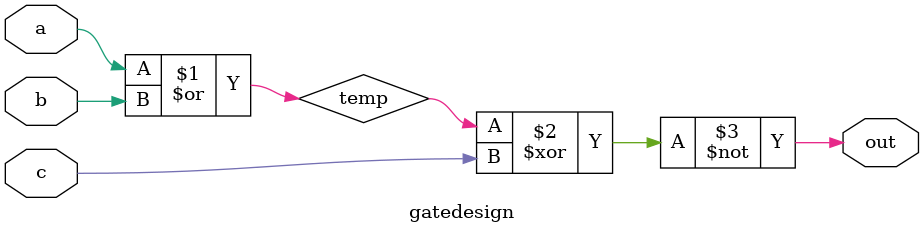
<source format=v>
/* 
 or then and xnor gate
*/
module gatedesign
(
 a,
 b,
 c,
 out
 );

	input a;
	input b;
	input c;

	output out;

	wire temp;

   assign temp = a | b;
   assign out = ~(temp ^ c);
 
endmodule // 
</source>
